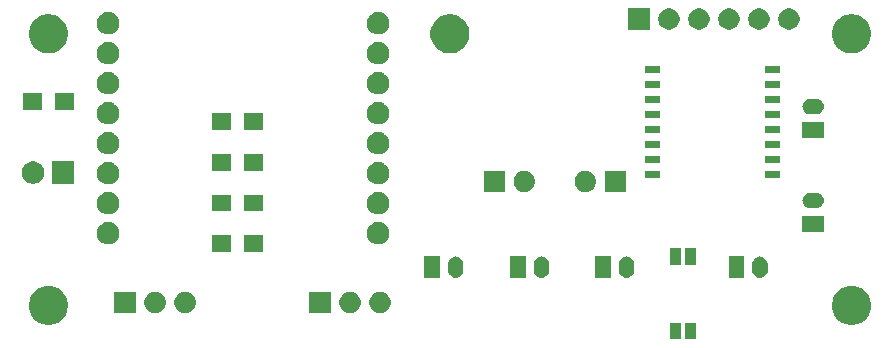
<source format=gbr>
G04 #@! TF.GenerationSoftware,KiCad,Pcbnew,(5.1.5)-3*
G04 #@! TF.CreationDate,2020-11-01T16:25:03+00:00*
G04 #@! TF.ProjectId,ESPControllerCircuit,45535043-6f6e-4747-926f-6c6c65724369,rev?*
G04 #@! TF.SameCoordinates,Original*
G04 #@! TF.FileFunction,Soldermask,Top*
G04 #@! TF.FilePolarity,Negative*
%FSLAX46Y46*%
G04 Gerber Fmt 4.6, Leading zero omitted, Abs format (unit mm)*
G04 Created by KiCad (PCBNEW (5.1.5)-3) date 2020-11-01 16:25:03*
%MOMM*%
%LPD*%
G04 APERTURE LIST*
%ADD10C,0.100000*%
G04 APERTURE END LIST*
D10*
G36*
X130841000Y-131351000D02*
G01*
X129939000Y-131351000D01*
X129939000Y-129949000D01*
X130841000Y-129949000D01*
X130841000Y-131351000D01*
G37*
G36*
X129561000Y-131351000D02*
G01*
X128659000Y-131351000D01*
X128659000Y-129949000D01*
X129561000Y-129949000D01*
X129561000Y-131351000D01*
G37*
G36*
X76375256Y-126891298D02*
G01*
X76481579Y-126912447D01*
X76782042Y-127036903D01*
X77052451Y-127217585D01*
X77282415Y-127447549D01*
X77463097Y-127717958D01*
X77574616Y-127987188D01*
X77587553Y-128018422D01*
X77651000Y-128337389D01*
X77651000Y-128662611D01*
X77618827Y-128824353D01*
X77587553Y-128981579D01*
X77463097Y-129282042D01*
X77282415Y-129552451D01*
X77052451Y-129782415D01*
X76782042Y-129963097D01*
X76481579Y-130087553D01*
X76375256Y-130108702D01*
X76162611Y-130151000D01*
X75837389Y-130151000D01*
X75624744Y-130108702D01*
X75518421Y-130087553D01*
X75217958Y-129963097D01*
X74947549Y-129782415D01*
X74717585Y-129552451D01*
X74536903Y-129282042D01*
X74412447Y-128981579D01*
X74381173Y-128824353D01*
X74349000Y-128662611D01*
X74349000Y-128337389D01*
X74412447Y-128018422D01*
X74425385Y-127987188D01*
X74536903Y-127717958D01*
X74717585Y-127447549D01*
X74947549Y-127217585D01*
X75217958Y-127036903D01*
X75518421Y-126912447D01*
X75624744Y-126891298D01*
X75837389Y-126849000D01*
X76162611Y-126849000D01*
X76375256Y-126891298D01*
G37*
G36*
X144375256Y-126891298D02*
G01*
X144481579Y-126912447D01*
X144782042Y-127036903D01*
X145052451Y-127217585D01*
X145282415Y-127447549D01*
X145463097Y-127717958D01*
X145574616Y-127987188D01*
X145587553Y-128018422D01*
X145651000Y-128337389D01*
X145651000Y-128662611D01*
X145618827Y-128824353D01*
X145587553Y-128981579D01*
X145463097Y-129282042D01*
X145282415Y-129552451D01*
X145052451Y-129782415D01*
X144782042Y-129963097D01*
X144481579Y-130087553D01*
X144375256Y-130108702D01*
X144162611Y-130151000D01*
X143837389Y-130151000D01*
X143624744Y-130108702D01*
X143518421Y-130087553D01*
X143217958Y-129963097D01*
X142947549Y-129782415D01*
X142717585Y-129552451D01*
X142536903Y-129282042D01*
X142412447Y-128981579D01*
X142381173Y-128824353D01*
X142349000Y-128662611D01*
X142349000Y-128337389D01*
X142412447Y-128018422D01*
X142425385Y-127987188D01*
X142536903Y-127717958D01*
X142717585Y-127447549D01*
X142947549Y-127217585D01*
X143217958Y-127036903D01*
X143518421Y-126912447D01*
X143624744Y-126891298D01*
X143837389Y-126849000D01*
X144162611Y-126849000D01*
X144375256Y-126891298D01*
G37*
G36*
X85153512Y-127353927D02*
G01*
X85302812Y-127383624D01*
X85466784Y-127451544D01*
X85614354Y-127550147D01*
X85739853Y-127675646D01*
X85838456Y-127823216D01*
X85906376Y-127987188D01*
X85941000Y-128161259D01*
X85941000Y-128338741D01*
X85906376Y-128512812D01*
X85838456Y-128676784D01*
X85739853Y-128824354D01*
X85614354Y-128949853D01*
X85466784Y-129048456D01*
X85302812Y-129116376D01*
X85153512Y-129146073D01*
X85128742Y-129151000D01*
X84951258Y-129151000D01*
X84926488Y-129146073D01*
X84777188Y-129116376D01*
X84613216Y-129048456D01*
X84465646Y-128949853D01*
X84340147Y-128824354D01*
X84241544Y-128676784D01*
X84173624Y-128512812D01*
X84139000Y-128338741D01*
X84139000Y-128161259D01*
X84173624Y-127987188D01*
X84241544Y-127823216D01*
X84340147Y-127675646D01*
X84465646Y-127550147D01*
X84613216Y-127451544D01*
X84777188Y-127383624D01*
X84926488Y-127353927D01*
X84951258Y-127349000D01*
X85128742Y-127349000D01*
X85153512Y-127353927D01*
G37*
G36*
X87693512Y-127353927D02*
G01*
X87842812Y-127383624D01*
X88006784Y-127451544D01*
X88154354Y-127550147D01*
X88279853Y-127675646D01*
X88378456Y-127823216D01*
X88446376Y-127987188D01*
X88481000Y-128161259D01*
X88481000Y-128338741D01*
X88446376Y-128512812D01*
X88378456Y-128676784D01*
X88279853Y-128824354D01*
X88154354Y-128949853D01*
X88006784Y-129048456D01*
X87842812Y-129116376D01*
X87693512Y-129146073D01*
X87668742Y-129151000D01*
X87491258Y-129151000D01*
X87466488Y-129146073D01*
X87317188Y-129116376D01*
X87153216Y-129048456D01*
X87005646Y-128949853D01*
X86880147Y-128824354D01*
X86781544Y-128676784D01*
X86713624Y-128512812D01*
X86679000Y-128338741D01*
X86679000Y-128161259D01*
X86713624Y-127987188D01*
X86781544Y-127823216D01*
X86880147Y-127675646D01*
X87005646Y-127550147D01*
X87153216Y-127451544D01*
X87317188Y-127383624D01*
X87466488Y-127353927D01*
X87491258Y-127349000D01*
X87668742Y-127349000D01*
X87693512Y-127353927D01*
G37*
G36*
X99901000Y-129151000D02*
G01*
X98099000Y-129151000D01*
X98099000Y-127349000D01*
X99901000Y-127349000D01*
X99901000Y-129151000D01*
G37*
G36*
X101653512Y-127353927D02*
G01*
X101802812Y-127383624D01*
X101966784Y-127451544D01*
X102114354Y-127550147D01*
X102239853Y-127675646D01*
X102338456Y-127823216D01*
X102406376Y-127987188D01*
X102441000Y-128161259D01*
X102441000Y-128338741D01*
X102406376Y-128512812D01*
X102338456Y-128676784D01*
X102239853Y-128824354D01*
X102114354Y-128949853D01*
X101966784Y-129048456D01*
X101802812Y-129116376D01*
X101653512Y-129146073D01*
X101628742Y-129151000D01*
X101451258Y-129151000D01*
X101426488Y-129146073D01*
X101277188Y-129116376D01*
X101113216Y-129048456D01*
X100965646Y-128949853D01*
X100840147Y-128824354D01*
X100741544Y-128676784D01*
X100673624Y-128512812D01*
X100639000Y-128338741D01*
X100639000Y-128161259D01*
X100673624Y-127987188D01*
X100741544Y-127823216D01*
X100840147Y-127675646D01*
X100965646Y-127550147D01*
X101113216Y-127451544D01*
X101277188Y-127383624D01*
X101426488Y-127353927D01*
X101451258Y-127349000D01*
X101628742Y-127349000D01*
X101653512Y-127353927D01*
G37*
G36*
X104193512Y-127353927D02*
G01*
X104342812Y-127383624D01*
X104506784Y-127451544D01*
X104654354Y-127550147D01*
X104779853Y-127675646D01*
X104878456Y-127823216D01*
X104946376Y-127987188D01*
X104981000Y-128161259D01*
X104981000Y-128338741D01*
X104946376Y-128512812D01*
X104878456Y-128676784D01*
X104779853Y-128824354D01*
X104654354Y-128949853D01*
X104506784Y-129048456D01*
X104342812Y-129116376D01*
X104193512Y-129146073D01*
X104168742Y-129151000D01*
X103991258Y-129151000D01*
X103966488Y-129146073D01*
X103817188Y-129116376D01*
X103653216Y-129048456D01*
X103505646Y-128949853D01*
X103380147Y-128824354D01*
X103281544Y-128676784D01*
X103213624Y-128512812D01*
X103179000Y-128338741D01*
X103179000Y-128161259D01*
X103213624Y-127987188D01*
X103281544Y-127823216D01*
X103380147Y-127675646D01*
X103505646Y-127550147D01*
X103653216Y-127451544D01*
X103817188Y-127383624D01*
X103966488Y-127353927D01*
X103991258Y-127349000D01*
X104168742Y-127349000D01*
X104193512Y-127353927D01*
G37*
G36*
X83401000Y-129151000D02*
G01*
X81599000Y-129151000D01*
X81599000Y-127349000D01*
X83401000Y-127349000D01*
X83401000Y-129151000D01*
G37*
G36*
X136377617Y-124358420D02*
G01*
X136468403Y-124385960D01*
X136500335Y-124395646D01*
X136613424Y-124456094D01*
X136712554Y-124537447D01*
X136793906Y-124636575D01*
X136854354Y-124749664D01*
X136864040Y-124781596D01*
X136891580Y-124872382D01*
X136901000Y-124968027D01*
X136901000Y-125531973D01*
X136891580Y-125627618D01*
X136864040Y-125718404D01*
X136854354Y-125750336D01*
X136793906Y-125863425D01*
X136712554Y-125962554D01*
X136613425Y-126043906D01*
X136500336Y-126104354D01*
X136468404Y-126114040D01*
X136377618Y-126141580D01*
X136250000Y-126154149D01*
X136122383Y-126141580D01*
X136031597Y-126114040D01*
X135999665Y-126104354D01*
X135886576Y-126043906D01*
X135787447Y-125962553D01*
X135706094Y-125863425D01*
X135645646Y-125750336D01*
X135635960Y-125718404D01*
X135608420Y-125627618D01*
X135599000Y-125531973D01*
X135599000Y-124968028D01*
X135608420Y-124872383D01*
X135645645Y-124749669D01*
X135645646Y-124749665D01*
X135706094Y-124636576D01*
X135787447Y-124537446D01*
X135886575Y-124456094D01*
X135999664Y-124395646D01*
X136031596Y-124385960D01*
X136122382Y-124358420D01*
X136250000Y-124345851D01*
X136377617Y-124358420D01*
G37*
G36*
X117877617Y-124358420D02*
G01*
X117968403Y-124385960D01*
X118000335Y-124395646D01*
X118113424Y-124456094D01*
X118212554Y-124537447D01*
X118293906Y-124636575D01*
X118354354Y-124749664D01*
X118364040Y-124781596D01*
X118391580Y-124872382D01*
X118401000Y-124968027D01*
X118401000Y-125531973D01*
X118391580Y-125627618D01*
X118364040Y-125718404D01*
X118354354Y-125750336D01*
X118293906Y-125863425D01*
X118212554Y-125962554D01*
X118113425Y-126043906D01*
X118000336Y-126104354D01*
X117968404Y-126114040D01*
X117877618Y-126141580D01*
X117750000Y-126154149D01*
X117622383Y-126141580D01*
X117531597Y-126114040D01*
X117499665Y-126104354D01*
X117386576Y-126043906D01*
X117287447Y-125962553D01*
X117206094Y-125863425D01*
X117145646Y-125750336D01*
X117135960Y-125718404D01*
X117108420Y-125627618D01*
X117099000Y-125531973D01*
X117099000Y-124968028D01*
X117108420Y-124872383D01*
X117145645Y-124749669D01*
X117145646Y-124749665D01*
X117206094Y-124636576D01*
X117287447Y-124537446D01*
X117386575Y-124456094D01*
X117499664Y-124395646D01*
X117531596Y-124385960D01*
X117622382Y-124358420D01*
X117750000Y-124345851D01*
X117877617Y-124358420D01*
G37*
G36*
X125077617Y-124358420D02*
G01*
X125168403Y-124385960D01*
X125200335Y-124395646D01*
X125313424Y-124456094D01*
X125412554Y-124537447D01*
X125493906Y-124636575D01*
X125554354Y-124749664D01*
X125564040Y-124781596D01*
X125591580Y-124872382D01*
X125601000Y-124968027D01*
X125601000Y-125531973D01*
X125591580Y-125627618D01*
X125564040Y-125718404D01*
X125554354Y-125750336D01*
X125493906Y-125863425D01*
X125412554Y-125962554D01*
X125313425Y-126043906D01*
X125200336Y-126104354D01*
X125168404Y-126114040D01*
X125077618Y-126141580D01*
X124950000Y-126154149D01*
X124822383Y-126141580D01*
X124731597Y-126114040D01*
X124699665Y-126104354D01*
X124586576Y-126043906D01*
X124487447Y-125962553D01*
X124406094Y-125863425D01*
X124345646Y-125750336D01*
X124335960Y-125718404D01*
X124308420Y-125627618D01*
X124299000Y-125531973D01*
X124299000Y-124968028D01*
X124308420Y-124872383D01*
X124345645Y-124749669D01*
X124345646Y-124749665D01*
X124406094Y-124636576D01*
X124487447Y-124537446D01*
X124586575Y-124456094D01*
X124699664Y-124395646D01*
X124731596Y-124385960D01*
X124822382Y-124358420D01*
X124950000Y-124345851D01*
X125077617Y-124358420D01*
G37*
G36*
X110627617Y-124358420D02*
G01*
X110718403Y-124385960D01*
X110750335Y-124395646D01*
X110863424Y-124456094D01*
X110962554Y-124537447D01*
X111043906Y-124636575D01*
X111104354Y-124749664D01*
X111114040Y-124781596D01*
X111141580Y-124872382D01*
X111151000Y-124968027D01*
X111151000Y-125531973D01*
X111141580Y-125627618D01*
X111114040Y-125718404D01*
X111104354Y-125750336D01*
X111043906Y-125863425D01*
X110962554Y-125962554D01*
X110863425Y-126043906D01*
X110750336Y-126104354D01*
X110718404Y-126114040D01*
X110627618Y-126141580D01*
X110500000Y-126154149D01*
X110372383Y-126141580D01*
X110281597Y-126114040D01*
X110249665Y-126104354D01*
X110136576Y-126043906D01*
X110037447Y-125962553D01*
X109956094Y-125863425D01*
X109895646Y-125750336D01*
X109885960Y-125718404D01*
X109858420Y-125627618D01*
X109849000Y-125531973D01*
X109849000Y-124968028D01*
X109858420Y-124872383D01*
X109895645Y-124749669D01*
X109895646Y-124749665D01*
X109956094Y-124636576D01*
X110037447Y-124537446D01*
X110136575Y-124456094D01*
X110249664Y-124395646D01*
X110281596Y-124385960D01*
X110372382Y-124358420D01*
X110500000Y-124345851D01*
X110627617Y-124358420D01*
G37*
G36*
X109151000Y-126151000D02*
G01*
X107849000Y-126151000D01*
X107849000Y-124349000D01*
X109151000Y-124349000D01*
X109151000Y-126151000D01*
G37*
G36*
X134901000Y-126151000D02*
G01*
X133599000Y-126151000D01*
X133599000Y-124349000D01*
X134901000Y-124349000D01*
X134901000Y-126151000D01*
G37*
G36*
X116401000Y-126151000D02*
G01*
X115099000Y-126151000D01*
X115099000Y-124349000D01*
X116401000Y-124349000D01*
X116401000Y-126151000D01*
G37*
G36*
X123601000Y-126151000D02*
G01*
X122299000Y-126151000D01*
X122299000Y-124349000D01*
X123601000Y-124349000D01*
X123601000Y-126151000D01*
G37*
G36*
X129561000Y-125051000D02*
G01*
X128659000Y-125051000D01*
X128659000Y-123649000D01*
X129561000Y-123649000D01*
X129561000Y-125051000D01*
G37*
G36*
X130841000Y-125051000D02*
G01*
X129939000Y-125051000D01*
X129939000Y-123649000D01*
X130841000Y-123649000D01*
X130841000Y-125051000D01*
G37*
G36*
X91451000Y-123951000D02*
G01*
X89849000Y-123951000D01*
X89849000Y-122549000D01*
X91451000Y-122549000D01*
X91451000Y-123951000D01*
G37*
G36*
X94151000Y-123951000D02*
G01*
X92549000Y-123951000D01*
X92549000Y-122549000D01*
X94151000Y-122549000D01*
X94151000Y-123951000D01*
G37*
G36*
X104207395Y-121475546D02*
G01*
X104380466Y-121547234D01*
X104380467Y-121547235D01*
X104536227Y-121651310D01*
X104668690Y-121783773D01*
X104668691Y-121783775D01*
X104772766Y-121939534D01*
X104844454Y-122112605D01*
X104881000Y-122296333D01*
X104881000Y-122483667D01*
X104844454Y-122667395D01*
X104772766Y-122840466D01*
X104772765Y-122840467D01*
X104668690Y-122996227D01*
X104536227Y-123128690D01*
X104457818Y-123181081D01*
X104380466Y-123232766D01*
X104207395Y-123304454D01*
X104023667Y-123341000D01*
X103836333Y-123341000D01*
X103652605Y-123304454D01*
X103479534Y-123232766D01*
X103402182Y-123181081D01*
X103323773Y-123128690D01*
X103191310Y-122996227D01*
X103087235Y-122840467D01*
X103087234Y-122840466D01*
X103015546Y-122667395D01*
X102979000Y-122483667D01*
X102979000Y-122296333D01*
X103015546Y-122112605D01*
X103087234Y-121939534D01*
X103191309Y-121783775D01*
X103191310Y-121783773D01*
X103323773Y-121651310D01*
X103479533Y-121547235D01*
X103479534Y-121547234D01*
X103652605Y-121475546D01*
X103836333Y-121439000D01*
X104023667Y-121439000D01*
X104207395Y-121475546D01*
G37*
G36*
X81347395Y-121475546D02*
G01*
X81520466Y-121547234D01*
X81520467Y-121547235D01*
X81676227Y-121651310D01*
X81808690Y-121783773D01*
X81808691Y-121783775D01*
X81912766Y-121939534D01*
X81984454Y-122112605D01*
X82021000Y-122296333D01*
X82021000Y-122483667D01*
X81984454Y-122667395D01*
X81912766Y-122840466D01*
X81912765Y-122840467D01*
X81808690Y-122996227D01*
X81676227Y-123128690D01*
X81597818Y-123181081D01*
X81520466Y-123232766D01*
X81347395Y-123304454D01*
X81163667Y-123341000D01*
X80976333Y-123341000D01*
X80792605Y-123304454D01*
X80619534Y-123232766D01*
X80542182Y-123181081D01*
X80463773Y-123128690D01*
X80331310Y-122996227D01*
X80227235Y-122840467D01*
X80227234Y-122840466D01*
X80155546Y-122667395D01*
X80119000Y-122483667D01*
X80119000Y-122296333D01*
X80155546Y-122112605D01*
X80227234Y-121939534D01*
X80331309Y-121783775D01*
X80331310Y-121783773D01*
X80463773Y-121651310D01*
X80619533Y-121547235D01*
X80619534Y-121547234D01*
X80792605Y-121475546D01*
X80976333Y-121439000D01*
X81163667Y-121439000D01*
X81347395Y-121475546D01*
G37*
G36*
X141651000Y-122251000D02*
G01*
X139849000Y-122251000D01*
X139849000Y-120949000D01*
X141651000Y-120949000D01*
X141651000Y-122251000D01*
G37*
G36*
X81347395Y-118935546D02*
G01*
X81520466Y-119007234D01*
X81520467Y-119007235D01*
X81676227Y-119111310D01*
X81808690Y-119243773D01*
X81808691Y-119243775D01*
X81912766Y-119399534D01*
X81984454Y-119572605D01*
X82021000Y-119756333D01*
X82021000Y-119943667D01*
X81984454Y-120127395D01*
X81912766Y-120300466D01*
X81912765Y-120300467D01*
X81808690Y-120456227D01*
X81676227Y-120588690D01*
X81597818Y-120641081D01*
X81520466Y-120692766D01*
X81347395Y-120764454D01*
X81163667Y-120801000D01*
X80976333Y-120801000D01*
X80792605Y-120764454D01*
X80619534Y-120692766D01*
X80542182Y-120641081D01*
X80463773Y-120588690D01*
X80331310Y-120456227D01*
X80227235Y-120300467D01*
X80227234Y-120300466D01*
X80155546Y-120127395D01*
X80119000Y-119943667D01*
X80119000Y-119756333D01*
X80155546Y-119572605D01*
X80227234Y-119399534D01*
X80331309Y-119243775D01*
X80331310Y-119243773D01*
X80463773Y-119111310D01*
X80619533Y-119007235D01*
X80619534Y-119007234D01*
X80792605Y-118935546D01*
X80976333Y-118899000D01*
X81163667Y-118899000D01*
X81347395Y-118935546D01*
G37*
G36*
X104207395Y-118935546D02*
G01*
X104380466Y-119007234D01*
X104380467Y-119007235D01*
X104536227Y-119111310D01*
X104668690Y-119243773D01*
X104668691Y-119243775D01*
X104772766Y-119399534D01*
X104844454Y-119572605D01*
X104881000Y-119756333D01*
X104881000Y-119943667D01*
X104844454Y-120127395D01*
X104772766Y-120300466D01*
X104772765Y-120300467D01*
X104668690Y-120456227D01*
X104536227Y-120588690D01*
X104457818Y-120641081D01*
X104380466Y-120692766D01*
X104207395Y-120764454D01*
X104023667Y-120801000D01*
X103836333Y-120801000D01*
X103652605Y-120764454D01*
X103479534Y-120692766D01*
X103402182Y-120641081D01*
X103323773Y-120588690D01*
X103191310Y-120456227D01*
X103087235Y-120300467D01*
X103087234Y-120300466D01*
X103015546Y-120127395D01*
X102979000Y-119943667D01*
X102979000Y-119756333D01*
X103015546Y-119572605D01*
X103087234Y-119399534D01*
X103191309Y-119243775D01*
X103191310Y-119243773D01*
X103323773Y-119111310D01*
X103479533Y-119007235D01*
X103479534Y-119007234D01*
X103652605Y-118935546D01*
X103836333Y-118899000D01*
X104023667Y-118899000D01*
X104207395Y-118935546D01*
G37*
G36*
X94151000Y-120513500D02*
G01*
X92549000Y-120513500D01*
X92549000Y-119111500D01*
X94151000Y-119111500D01*
X94151000Y-120513500D01*
G37*
G36*
X91451000Y-120513500D02*
G01*
X89849000Y-120513500D01*
X89849000Y-119111500D01*
X91451000Y-119111500D01*
X91451000Y-120513500D01*
G37*
G36*
X141063855Y-118952140D02*
G01*
X141127618Y-118958420D01*
X141218404Y-118985960D01*
X141250336Y-118995646D01*
X141363425Y-119056094D01*
X141462554Y-119137446D01*
X141543906Y-119236575D01*
X141604354Y-119349664D01*
X141604355Y-119349668D01*
X141641580Y-119472382D01*
X141654149Y-119600000D01*
X141641580Y-119727618D01*
X141614040Y-119818404D01*
X141604354Y-119850336D01*
X141543906Y-119963425D01*
X141462554Y-120062554D01*
X141363425Y-120143906D01*
X141250336Y-120204354D01*
X141218404Y-120214040D01*
X141127618Y-120241580D01*
X141063855Y-120247860D01*
X141031974Y-120251000D01*
X140468026Y-120251000D01*
X140436145Y-120247860D01*
X140372382Y-120241580D01*
X140281596Y-120214040D01*
X140249664Y-120204354D01*
X140136575Y-120143906D01*
X140037446Y-120062554D01*
X139956094Y-119963425D01*
X139895646Y-119850336D01*
X139885960Y-119818404D01*
X139858420Y-119727618D01*
X139845851Y-119600000D01*
X139858420Y-119472382D01*
X139895645Y-119349668D01*
X139895646Y-119349664D01*
X139956094Y-119236575D01*
X140037446Y-119137446D01*
X140136575Y-119056094D01*
X140249664Y-118995646D01*
X140281596Y-118985960D01*
X140372382Y-118958420D01*
X140436145Y-118952140D01*
X140468026Y-118949000D01*
X141031974Y-118949000D01*
X141063855Y-118952140D01*
G37*
G36*
X124901000Y-118901000D02*
G01*
X123099000Y-118901000D01*
X123099000Y-117099000D01*
X124901000Y-117099000D01*
X124901000Y-118901000D01*
G37*
G36*
X116403512Y-117103927D02*
G01*
X116552812Y-117133624D01*
X116716784Y-117201544D01*
X116864354Y-117300147D01*
X116989853Y-117425646D01*
X117088456Y-117573216D01*
X117156376Y-117737188D01*
X117186073Y-117886488D01*
X117191000Y-117911258D01*
X117191000Y-118088742D01*
X117186073Y-118113512D01*
X117156376Y-118262812D01*
X117088456Y-118426784D01*
X116989853Y-118574354D01*
X116864354Y-118699853D01*
X116716784Y-118798456D01*
X116552812Y-118866376D01*
X116403512Y-118896073D01*
X116378742Y-118901000D01*
X116201258Y-118901000D01*
X116176488Y-118896073D01*
X116027188Y-118866376D01*
X115863216Y-118798456D01*
X115715646Y-118699853D01*
X115590147Y-118574354D01*
X115491544Y-118426784D01*
X115423624Y-118262812D01*
X115393927Y-118113512D01*
X115389000Y-118088742D01*
X115389000Y-117911258D01*
X115393927Y-117886488D01*
X115423624Y-117737188D01*
X115491544Y-117573216D01*
X115590147Y-117425646D01*
X115715646Y-117300147D01*
X115863216Y-117201544D01*
X116027188Y-117133624D01*
X116176488Y-117103927D01*
X116201258Y-117099000D01*
X116378742Y-117099000D01*
X116403512Y-117103927D01*
G37*
G36*
X121573512Y-117103927D02*
G01*
X121722812Y-117133624D01*
X121886784Y-117201544D01*
X122034354Y-117300147D01*
X122159853Y-117425646D01*
X122258456Y-117573216D01*
X122326376Y-117737188D01*
X122356073Y-117886488D01*
X122361000Y-117911258D01*
X122361000Y-118088742D01*
X122356073Y-118113512D01*
X122326376Y-118262812D01*
X122258456Y-118426784D01*
X122159853Y-118574354D01*
X122034354Y-118699853D01*
X121886784Y-118798456D01*
X121722812Y-118866376D01*
X121573512Y-118896073D01*
X121548742Y-118901000D01*
X121371258Y-118901000D01*
X121346488Y-118896073D01*
X121197188Y-118866376D01*
X121033216Y-118798456D01*
X120885646Y-118699853D01*
X120760147Y-118574354D01*
X120661544Y-118426784D01*
X120593624Y-118262812D01*
X120563927Y-118113512D01*
X120559000Y-118088742D01*
X120559000Y-117911258D01*
X120563927Y-117886488D01*
X120593624Y-117737188D01*
X120661544Y-117573216D01*
X120760147Y-117425646D01*
X120885646Y-117300147D01*
X121033216Y-117201544D01*
X121197188Y-117133624D01*
X121346488Y-117103927D01*
X121371258Y-117099000D01*
X121548742Y-117099000D01*
X121573512Y-117103927D01*
G37*
G36*
X114651000Y-118901000D02*
G01*
X112849000Y-118901000D01*
X112849000Y-117099000D01*
X114651000Y-117099000D01*
X114651000Y-118901000D01*
G37*
G36*
X104207395Y-116395546D02*
G01*
X104380466Y-116467234D01*
X104446429Y-116511309D01*
X104536227Y-116571310D01*
X104668690Y-116703773D01*
X104668691Y-116703775D01*
X104772766Y-116859534D01*
X104844454Y-117032605D01*
X104881000Y-117216333D01*
X104881000Y-117403667D01*
X104844454Y-117587395D01*
X104772766Y-117760466D01*
X104772765Y-117760467D01*
X104668690Y-117916227D01*
X104536227Y-118048690D01*
X104476286Y-118088741D01*
X104380466Y-118152766D01*
X104207395Y-118224454D01*
X104023667Y-118261000D01*
X103836333Y-118261000D01*
X103652605Y-118224454D01*
X103479534Y-118152766D01*
X103383714Y-118088741D01*
X103323773Y-118048690D01*
X103191310Y-117916227D01*
X103087235Y-117760467D01*
X103087234Y-117760466D01*
X103015546Y-117587395D01*
X102979000Y-117403667D01*
X102979000Y-117216333D01*
X103015546Y-117032605D01*
X103087234Y-116859534D01*
X103191309Y-116703775D01*
X103191310Y-116703773D01*
X103323773Y-116571310D01*
X103413571Y-116511309D01*
X103479534Y-116467234D01*
X103652605Y-116395546D01*
X103836333Y-116359000D01*
X104023667Y-116359000D01*
X104207395Y-116395546D01*
G37*
G36*
X81347395Y-116395546D02*
G01*
X81520466Y-116467234D01*
X81586429Y-116511309D01*
X81676227Y-116571310D01*
X81808690Y-116703773D01*
X81808691Y-116703775D01*
X81912766Y-116859534D01*
X81984454Y-117032605D01*
X82021000Y-117216333D01*
X82021000Y-117403667D01*
X81984454Y-117587395D01*
X81912766Y-117760466D01*
X81912765Y-117760467D01*
X81808690Y-117916227D01*
X81676227Y-118048690D01*
X81616286Y-118088741D01*
X81520466Y-118152766D01*
X81347395Y-118224454D01*
X81163667Y-118261000D01*
X80976333Y-118261000D01*
X80792605Y-118224454D01*
X80619534Y-118152766D01*
X80523714Y-118088741D01*
X80463773Y-118048690D01*
X80331310Y-117916227D01*
X80227235Y-117760467D01*
X80227234Y-117760466D01*
X80155546Y-117587395D01*
X80119000Y-117403667D01*
X80119000Y-117216333D01*
X80155546Y-117032605D01*
X80227234Y-116859534D01*
X80331309Y-116703775D01*
X80331310Y-116703773D01*
X80463773Y-116571310D01*
X80553571Y-116511309D01*
X80619534Y-116467234D01*
X80792605Y-116395546D01*
X80976333Y-116359000D01*
X81163667Y-116359000D01*
X81347395Y-116395546D01*
G37*
G36*
X74987395Y-116335546D02*
G01*
X75160466Y-116407234D01*
X75160467Y-116407235D01*
X75316227Y-116511310D01*
X75448690Y-116643773D01*
X75488782Y-116703775D01*
X75552766Y-116799534D01*
X75624454Y-116972605D01*
X75661000Y-117156333D01*
X75661000Y-117343667D01*
X75624454Y-117527395D01*
X75552766Y-117700466D01*
X75501081Y-117777818D01*
X75448690Y-117856227D01*
X75316227Y-117988690D01*
X75237818Y-118041081D01*
X75160466Y-118092766D01*
X74987395Y-118164454D01*
X74803667Y-118201000D01*
X74616333Y-118201000D01*
X74432605Y-118164454D01*
X74259534Y-118092766D01*
X74182182Y-118041081D01*
X74103773Y-117988690D01*
X73971310Y-117856227D01*
X73918919Y-117777818D01*
X73867234Y-117700466D01*
X73795546Y-117527395D01*
X73759000Y-117343667D01*
X73759000Y-117156333D01*
X73795546Y-116972605D01*
X73867234Y-116799534D01*
X73931218Y-116703775D01*
X73971310Y-116643773D01*
X74103773Y-116511310D01*
X74259533Y-116407235D01*
X74259534Y-116407234D01*
X74432605Y-116335546D01*
X74616333Y-116299000D01*
X74803667Y-116299000D01*
X74987395Y-116335546D01*
G37*
G36*
X78201000Y-118201000D02*
G01*
X76299000Y-118201000D01*
X76299000Y-116299000D01*
X78201000Y-116299000D01*
X78201000Y-118201000D01*
G37*
G36*
X127792500Y-117750000D02*
G01*
X126547500Y-117750000D01*
X126547500Y-117140000D01*
X127792500Y-117140000D01*
X127792500Y-117750000D01*
G37*
G36*
X137952500Y-117750000D02*
G01*
X136707500Y-117750000D01*
X136707500Y-117140000D01*
X137952500Y-117140000D01*
X137952500Y-117750000D01*
G37*
G36*
X94151000Y-117076000D02*
G01*
X92549000Y-117076000D01*
X92549000Y-115674000D01*
X94151000Y-115674000D01*
X94151000Y-117076000D01*
G37*
G36*
X91451000Y-117076000D02*
G01*
X89849000Y-117076000D01*
X89849000Y-115674000D01*
X91451000Y-115674000D01*
X91451000Y-117076000D01*
G37*
G36*
X137952500Y-116480000D02*
G01*
X136707500Y-116480000D01*
X136707500Y-115870000D01*
X137952500Y-115870000D01*
X137952500Y-116480000D01*
G37*
G36*
X127792500Y-116480000D02*
G01*
X126547500Y-116480000D01*
X126547500Y-115870000D01*
X127792500Y-115870000D01*
X127792500Y-116480000D01*
G37*
G36*
X81347395Y-113855546D02*
G01*
X81520466Y-113927234D01*
X81597818Y-113978919D01*
X81676227Y-114031310D01*
X81808690Y-114163773D01*
X81808691Y-114163775D01*
X81912766Y-114319534D01*
X81984454Y-114492605D01*
X82021000Y-114676333D01*
X82021000Y-114863667D01*
X81984454Y-115047395D01*
X81912766Y-115220466D01*
X81912765Y-115220467D01*
X81808690Y-115376227D01*
X81676227Y-115508690D01*
X81597818Y-115561081D01*
X81520466Y-115612766D01*
X81347395Y-115684454D01*
X81163667Y-115721000D01*
X80976333Y-115721000D01*
X80792605Y-115684454D01*
X80619534Y-115612766D01*
X80542182Y-115561081D01*
X80463773Y-115508690D01*
X80331310Y-115376227D01*
X80227235Y-115220467D01*
X80227234Y-115220466D01*
X80155546Y-115047395D01*
X80119000Y-114863667D01*
X80119000Y-114676333D01*
X80155546Y-114492605D01*
X80227234Y-114319534D01*
X80331309Y-114163775D01*
X80331310Y-114163773D01*
X80463773Y-114031310D01*
X80542182Y-113978919D01*
X80619534Y-113927234D01*
X80792605Y-113855546D01*
X80976333Y-113819000D01*
X81163667Y-113819000D01*
X81347395Y-113855546D01*
G37*
G36*
X104207395Y-113855546D02*
G01*
X104380466Y-113927234D01*
X104457818Y-113978919D01*
X104536227Y-114031310D01*
X104668690Y-114163773D01*
X104668691Y-114163775D01*
X104772766Y-114319534D01*
X104844454Y-114492605D01*
X104881000Y-114676333D01*
X104881000Y-114863667D01*
X104844454Y-115047395D01*
X104772766Y-115220466D01*
X104772765Y-115220467D01*
X104668690Y-115376227D01*
X104536227Y-115508690D01*
X104457818Y-115561081D01*
X104380466Y-115612766D01*
X104207395Y-115684454D01*
X104023667Y-115721000D01*
X103836333Y-115721000D01*
X103652605Y-115684454D01*
X103479534Y-115612766D01*
X103402182Y-115561081D01*
X103323773Y-115508690D01*
X103191310Y-115376227D01*
X103087235Y-115220467D01*
X103087234Y-115220466D01*
X103015546Y-115047395D01*
X102979000Y-114863667D01*
X102979000Y-114676333D01*
X103015546Y-114492605D01*
X103087234Y-114319534D01*
X103191309Y-114163775D01*
X103191310Y-114163773D01*
X103323773Y-114031310D01*
X103402182Y-113978919D01*
X103479534Y-113927234D01*
X103652605Y-113855546D01*
X103836333Y-113819000D01*
X104023667Y-113819000D01*
X104207395Y-113855546D01*
G37*
G36*
X127792500Y-115210000D02*
G01*
X126547500Y-115210000D01*
X126547500Y-114600000D01*
X127792500Y-114600000D01*
X127792500Y-115210000D01*
G37*
G36*
X137952500Y-115210000D02*
G01*
X136707500Y-115210000D01*
X136707500Y-114600000D01*
X137952500Y-114600000D01*
X137952500Y-115210000D01*
G37*
G36*
X141651000Y-114301000D02*
G01*
X139849000Y-114301000D01*
X139849000Y-112999000D01*
X141651000Y-112999000D01*
X141651000Y-114301000D01*
G37*
G36*
X127792500Y-113940000D02*
G01*
X126547500Y-113940000D01*
X126547500Y-113330000D01*
X127792500Y-113330000D01*
X127792500Y-113940000D01*
G37*
G36*
X137952500Y-113940000D02*
G01*
X136707500Y-113940000D01*
X136707500Y-113330000D01*
X137952500Y-113330000D01*
X137952500Y-113940000D01*
G37*
G36*
X91451000Y-113638500D02*
G01*
X89849000Y-113638500D01*
X89849000Y-112236500D01*
X91451000Y-112236500D01*
X91451000Y-113638500D01*
G37*
G36*
X94151000Y-113638500D02*
G01*
X92549000Y-113638500D01*
X92549000Y-112236500D01*
X94151000Y-112236500D01*
X94151000Y-113638500D01*
G37*
G36*
X81347395Y-111315546D02*
G01*
X81520466Y-111387234D01*
X81597818Y-111438919D01*
X81676227Y-111491310D01*
X81808690Y-111623773D01*
X81808691Y-111623775D01*
X81912766Y-111779534D01*
X81984454Y-111952605D01*
X82021000Y-112136333D01*
X82021000Y-112323667D01*
X81984454Y-112507395D01*
X81912766Y-112680466D01*
X81912765Y-112680467D01*
X81808690Y-112836227D01*
X81676227Y-112968690D01*
X81597818Y-113021081D01*
X81520466Y-113072766D01*
X81347395Y-113144454D01*
X81163667Y-113181000D01*
X80976333Y-113181000D01*
X80792605Y-113144454D01*
X80619534Y-113072766D01*
X80542182Y-113021081D01*
X80463773Y-112968690D01*
X80331310Y-112836227D01*
X80227235Y-112680467D01*
X80227234Y-112680466D01*
X80155546Y-112507395D01*
X80119000Y-112323667D01*
X80119000Y-112136333D01*
X80155546Y-111952605D01*
X80227234Y-111779534D01*
X80331309Y-111623775D01*
X80331310Y-111623773D01*
X80463773Y-111491310D01*
X80542182Y-111438919D01*
X80619534Y-111387234D01*
X80792605Y-111315546D01*
X80976333Y-111279000D01*
X81163667Y-111279000D01*
X81347395Y-111315546D01*
G37*
G36*
X104207395Y-111315546D02*
G01*
X104380466Y-111387234D01*
X104457818Y-111438919D01*
X104536227Y-111491310D01*
X104668690Y-111623773D01*
X104668691Y-111623775D01*
X104772766Y-111779534D01*
X104844454Y-111952605D01*
X104881000Y-112136333D01*
X104881000Y-112323667D01*
X104844454Y-112507395D01*
X104772766Y-112680466D01*
X104772765Y-112680467D01*
X104668690Y-112836227D01*
X104536227Y-112968690D01*
X104457818Y-113021081D01*
X104380466Y-113072766D01*
X104207395Y-113144454D01*
X104023667Y-113181000D01*
X103836333Y-113181000D01*
X103652605Y-113144454D01*
X103479534Y-113072766D01*
X103402182Y-113021081D01*
X103323773Y-112968690D01*
X103191310Y-112836227D01*
X103087235Y-112680467D01*
X103087234Y-112680466D01*
X103015546Y-112507395D01*
X102979000Y-112323667D01*
X102979000Y-112136333D01*
X103015546Y-111952605D01*
X103087234Y-111779534D01*
X103191309Y-111623775D01*
X103191310Y-111623773D01*
X103323773Y-111491310D01*
X103402182Y-111438919D01*
X103479534Y-111387234D01*
X103652605Y-111315546D01*
X103836333Y-111279000D01*
X104023667Y-111279000D01*
X104207395Y-111315546D01*
G37*
G36*
X137952500Y-112670000D02*
G01*
X136707500Y-112670000D01*
X136707500Y-112060000D01*
X137952500Y-112060000D01*
X137952500Y-112670000D01*
G37*
G36*
X127792500Y-112670000D02*
G01*
X126547500Y-112670000D01*
X126547500Y-112060000D01*
X127792500Y-112060000D01*
X127792500Y-112670000D01*
G37*
G36*
X141063855Y-111002140D02*
G01*
X141127618Y-111008420D01*
X141218404Y-111035960D01*
X141250336Y-111045646D01*
X141363425Y-111106094D01*
X141462554Y-111187446D01*
X141543906Y-111286575D01*
X141604354Y-111399664D01*
X141604355Y-111399668D01*
X141641580Y-111522382D01*
X141654149Y-111650000D01*
X141641580Y-111777618D01*
X141614040Y-111868404D01*
X141604354Y-111900336D01*
X141543906Y-112013425D01*
X141462554Y-112112554D01*
X141363425Y-112193906D01*
X141250336Y-112254354D01*
X141218404Y-112264040D01*
X141127618Y-112291580D01*
X141063855Y-112297860D01*
X141031974Y-112301000D01*
X140468026Y-112301000D01*
X140436145Y-112297860D01*
X140372382Y-112291580D01*
X140281596Y-112264040D01*
X140249664Y-112254354D01*
X140136575Y-112193906D01*
X140037446Y-112112554D01*
X139956094Y-112013425D01*
X139895646Y-111900336D01*
X139885960Y-111868404D01*
X139858420Y-111777618D01*
X139845851Y-111650000D01*
X139858420Y-111522382D01*
X139895645Y-111399668D01*
X139895646Y-111399664D01*
X139956094Y-111286575D01*
X140037446Y-111187446D01*
X140136575Y-111106094D01*
X140249664Y-111045646D01*
X140281596Y-111035960D01*
X140372382Y-111008420D01*
X140436145Y-111002140D01*
X140468026Y-110999000D01*
X141031974Y-110999000D01*
X141063855Y-111002140D01*
G37*
G36*
X75451000Y-111951000D02*
G01*
X73849000Y-111951000D01*
X73849000Y-110549000D01*
X75451000Y-110549000D01*
X75451000Y-111951000D01*
G37*
G36*
X78151000Y-111951000D02*
G01*
X76549000Y-111951000D01*
X76549000Y-110549000D01*
X78151000Y-110549000D01*
X78151000Y-111951000D01*
G37*
G36*
X127792500Y-111400000D02*
G01*
X126547500Y-111400000D01*
X126547500Y-110790000D01*
X127792500Y-110790000D01*
X127792500Y-111400000D01*
G37*
G36*
X137952500Y-111400000D02*
G01*
X136707500Y-111400000D01*
X136707500Y-110790000D01*
X137952500Y-110790000D01*
X137952500Y-111400000D01*
G37*
G36*
X104207395Y-108775546D02*
G01*
X104380466Y-108847234D01*
X104457818Y-108898919D01*
X104536227Y-108951310D01*
X104668690Y-109083773D01*
X104668691Y-109083775D01*
X104772766Y-109239534D01*
X104844454Y-109412605D01*
X104881000Y-109596333D01*
X104881000Y-109783667D01*
X104844454Y-109967395D01*
X104772766Y-110140466D01*
X104772765Y-110140467D01*
X104668690Y-110296227D01*
X104536227Y-110428690D01*
X104457818Y-110481081D01*
X104380466Y-110532766D01*
X104207395Y-110604454D01*
X104023667Y-110641000D01*
X103836333Y-110641000D01*
X103652605Y-110604454D01*
X103479534Y-110532766D01*
X103402182Y-110481081D01*
X103323773Y-110428690D01*
X103191310Y-110296227D01*
X103087235Y-110140467D01*
X103087234Y-110140466D01*
X103015546Y-109967395D01*
X102979000Y-109783667D01*
X102979000Y-109596333D01*
X103015546Y-109412605D01*
X103087234Y-109239534D01*
X103191309Y-109083775D01*
X103191310Y-109083773D01*
X103323773Y-108951310D01*
X103402182Y-108898919D01*
X103479534Y-108847234D01*
X103652605Y-108775546D01*
X103836333Y-108739000D01*
X104023667Y-108739000D01*
X104207395Y-108775546D01*
G37*
G36*
X81347395Y-108775546D02*
G01*
X81520466Y-108847234D01*
X81597818Y-108898919D01*
X81676227Y-108951310D01*
X81808690Y-109083773D01*
X81808691Y-109083775D01*
X81912766Y-109239534D01*
X81984454Y-109412605D01*
X82021000Y-109596333D01*
X82021000Y-109783667D01*
X81984454Y-109967395D01*
X81912766Y-110140466D01*
X81912765Y-110140467D01*
X81808690Y-110296227D01*
X81676227Y-110428690D01*
X81597818Y-110481081D01*
X81520466Y-110532766D01*
X81347395Y-110604454D01*
X81163667Y-110641000D01*
X80976333Y-110641000D01*
X80792605Y-110604454D01*
X80619534Y-110532766D01*
X80542182Y-110481081D01*
X80463773Y-110428690D01*
X80331310Y-110296227D01*
X80227235Y-110140467D01*
X80227234Y-110140466D01*
X80155546Y-109967395D01*
X80119000Y-109783667D01*
X80119000Y-109596333D01*
X80155546Y-109412605D01*
X80227234Y-109239534D01*
X80331309Y-109083775D01*
X80331310Y-109083773D01*
X80463773Y-108951310D01*
X80542182Y-108898919D01*
X80619534Y-108847234D01*
X80792605Y-108775546D01*
X80976333Y-108739000D01*
X81163667Y-108739000D01*
X81347395Y-108775546D01*
G37*
G36*
X137952500Y-110130000D02*
G01*
X136707500Y-110130000D01*
X136707500Y-109520000D01*
X137952500Y-109520000D01*
X137952500Y-110130000D01*
G37*
G36*
X127792500Y-110130000D02*
G01*
X126547500Y-110130000D01*
X126547500Y-109520000D01*
X127792500Y-109520000D01*
X127792500Y-110130000D01*
G37*
G36*
X137952500Y-108860000D02*
G01*
X136707500Y-108860000D01*
X136707500Y-108250000D01*
X137952500Y-108250000D01*
X137952500Y-108860000D01*
G37*
G36*
X127792500Y-108860000D02*
G01*
X126547500Y-108860000D01*
X126547500Y-108250000D01*
X127792500Y-108250000D01*
X127792500Y-108860000D01*
G37*
G36*
X104207395Y-106235546D02*
G01*
X104380466Y-106307234D01*
X104380467Y-106307235D01*
X104536227Y-106411310D01*
X104668690Y-106543773D01*
X104668691Y-106543775D01*
X104772766Y-106699534D01*
X104844454Y-106872605D01*
X104881000Y-107056333D01*
X104881000Y-107243667D01*
X104844454Y-107427395D01*
X104772766Y-107600466D01*
X104772765Y-107600467D01*
X104668690Y-107756227D01*
X104536227Y-107888690D01*
X104457818Y-107941081D01*
X104380466Y-107992766D01*
X104207395Y-108064454D01*
X104023667Y-108101000D01*
X103836333Y-108101000D01*
X103652605Y-108064454D01*
X103479534Y-107992766D01*
X103402182Y-107941081D01*
X103323773Y-107888690D01*
X103191310Y-107756227D01*
X103087235Y-107600467D01*
X103087234Y-107600466D01*
X103015546Y-107427395D01*
X102979000Y-107243667D01*
X102979000Y-107056333D01*
X103015546Y-106872605D01*
X103087234Y-106699534D01*
X103191309Y-106543775D01*
X103191310Y-106543773D01*
X103323773Y-106411310D01*
X103479533Y-106307235D01*
X103479534Y-106307234D01*
X103652605Y-106235546D01*
X103836333Y-106199000D01*
X104023667Y-106199000D01*
X104207395Y-106235546D01*
G37*
G36*
X81347395Y-106235546D02*
G01*
X81520466Y-106307234D01*
X81520467Y-106307235D01*
X81676227Y-106411310D01*
X81808690Y-106543773D01*
X81808691Y-106543775D01*
X81912766Y-106699534D01*
X81984454Y-106872605D01*
X82021000Y-107056333D01*
X82021000Y-107243667D01*
X81984454Y-107427395D01*
X81912766Y-107600466D01*
X81912765Y-107600467D01*
X81808690Y-107756227D01*
X81676227Y-107888690D01*
X81597818Y-107941081D01*
X81520466Y-107992766D01*
X81347395Y-108064454D01*
X81163667Y-108101000D01*
X80976333Y-108101000D01*
X80792605Y-108064454D01*
X80619534Y-107992766D01*
X80542182Y-107941081D01*
X80463773Y-107888690D01*
X80331310Y-107756227D01*
X80227235Y-107600467D01*
X80227234Y-107600466D01*
X80155546Y-107427395D01*
X80119000Y-107243667D01*
X80119000Y-107056333D01*
X80155546Y-106872605D01*
X80227234Y-106699534D01*
X80331309Y-106543775D01*
X80331310Y-106543773D01*
X80463773Y-106411310D01*
X80619533Y-106307235D01*
X80619534Y-106307234D01*
X80792605Y-106235546D01*
X80976333Y-106199000D01*
X81163667Y-106199000D01*
X81347395Y-106235546D01*
G37*
G36*
X76375256Y-103891298D02*
G01*
X76481579Y-103912447D01*
X76782042Y-104036903D01*
X77052451Y-104217585D01*
X77282415Y-104447549D01*
X77463097Y-104717958D01*
X77587553Y-105018421D01*
X77651000Y-105337391D01*
X77651000Y-105662609D01*
X77587553Y-105981579D01*
X77463097Y-106282042D01*
X77282415Y-106552451D01*
X77052451Y-106782415D01*
X76782042Y-106963097D01*
X76481579Y-107087553D01*
X76375256Y-107108702D01*
X76162611Y-107151000D01*
X75837389Y-107151000D01*
X75624744Y-107108702D01*
X75518421Y-107087553D01*
X75217958Y-106963097D01*
X74947549Y-106782415D01*
X74717585Y-106552451D01*
X74536903Y-106282042D01*
X74412447Y-105981579D01*
X74349000Y-105662609D01*
X74349000Y-105337391D01*
X74412447Y-105018421D01*
X74536903Y-104717958D01*
X74717585Y-104447549D01*
X74947549Y-104217585D01*
X75217958Y-104036903D01*
X75518421Y-103912447D01*
X75624744Y-103891298D01*
X75837389Y-103849000D01*
X76162611Y-103849000D01*
X76375256Y-103891298D01*
G37*
G36*
X110375256Y-103891298D02*
G01*
X110481579Y-103912447D01*
X110782042Y-104036903D01*
X111052451Y-104217585D01*
X111282415Y-104447549D01*
X111463097Y-104717958D01*
X111587553Y-105018421D01*
X111651000Y-105337391D01*
X111651000Y-105662609D01*
X111587553Y-105981579D01*
X111463097Y-106282042D01*
X111282415Y-106552451D01*
X111052451Y-106782415D01*
X110782042Y-106963097D01*
X110481579Y-107087553D01*
X110375256Y-107108702D01*
X110162611Y-107151000D01*
X109837389Y-107151000D01*
X109624744Y-107108702D01*
X109518421Y-107087553D01*
X109217958Y-106963097D01*
X108947549Y-106782415D01*
X108717585Y-106552451D01*
X108536903Y-106282042D01*
X108412447Y-105981579D01*
X108349000Y-105662609D01*
X108349000Y-105337391D01*
X108412447Y-105018421D01*
X108536903Y-104717958D01*
X108717585Y-104447549D01*
X108947549Y-104217585D01*
X109217958Y-104036903D01*
X109518421Y-103912447D01*
X109624744Y-103891298D01*
X109837389Y-103849000D01*
X110162611Y-103849000D01*
X110375256Y-103891298D01*
G37*
G36*
X144375256Y-103891298D02*
G01*
X144481579Y-103912447D01*
X144782042Y-104036903D01*
X145052451Y-104217585D01*
X145282415Y-104447549D01*
X145463097Y-104717958D01*
X145587553Y-105018421D01*
X145651000Y-105337391D01*
X145651000Y-105662609D01*
X145587553Y-105981579D01*
X145463097Y-106282042D01*
X145282415Y-106552451D01*
X145052451Y-106782415D01*
X144782042Y-106963097D01*
X144481579Y-107087553D01*
X144375256Y-107108702D01*
X144162611Y-107151000D01*
X143837389Y-107151000D01*
X143624744Y-107108702D01*
X143518421Y-107087553D01*
X143217958Y-106963097D01*
X142947549Y-106782415D01*
X142717585Y-106552451D01*
X142536903Y-106282042D01*
X142412447Y-105981579D01*
X142349000Y-105662609D01*
X142349000Y-105337391D01*
X142412447Y-105018421D01*
X142536903Y-104717958D01*
X142717585Y-104447549D01*
X142947549Y-104217585D01*
X143217958Y-104036903D01*
X143518421Y-103912447D01*
X143624744Y-103891298D01*
X143837389Y-103849000D01*
X144162611Y-103849000D01*
X144375256Y-103891298D01*
G37*
G36*
X81347395Y-103695546D02*
G01*
X81520466Y-103767234D01*
X81520467Y-103767235D01*
X81676227Y-103871310D01*
X81808690Y-104003773D01*
X81861081Y-104082182D01*
X81912766Y-104159534D01*
X81984454Y-104332605D01*
X82021000Y-104516333D01*
X82021000Y-104703667D01*
X81984454Y-104887395D01*
X81912766Y-105060466D01*
X81912765Y-105060467D01*
X81808690Y-105216227D01*
X81676227Y-105348690D01*
X81597818Y-105401081D01*
X81520466Y-105452766D01*
X81347395Y-105524454D01*
X81163667Y-105561000D01*
X80976333Y-105561000D01*
X80792605Y-105524454D01*
X80619534Y-105452766D01*
X80542182Y-105401081D01*
X80463773Y-105348690D01*
X80331310Y-105216227D01*
X80227235Y-105060467D01*
X80227234Y-105060466D01*
X80155546Y-104887395D01*
X80119000Y-104703667D01*
X80119000Y-104516333D01*
X80155546Y-104332605D01*
X80227234Y-104159534D01*
X80278919Y-104082182D01*
X80331310Y-104003773D01*
X80463773Y-103871310D01*
X80619533Y-103767235D01*
X80619534Y-103767234D01*
X80792605Y-103695546D01*
X80976333Y-103659000D01*
X81163667Y-103659000D01*
X81347395Y-103695546D01*
G37*
G36*
X104207395Y-103695546D02*
G01*
X104380466Y-103767234D01*
X104380467Y-103767235D01*
X104536227Y-103871310D01*
X104668690Y-104003773D01*
X104721081Y-104082182D01*
X104772766Y-104159534D01*
X104844454Y-104332605D01*
X104881000Y-104516333D01*
X104881000Y-104703667D01*
X104844454Y-104887395D01*
X104772766Y-105060466D01*
X104772765Y-105060467D01*
X104668690Y-105216227D01*
X104536227Y-105348690D01*
X104457818Y-105401081D01*
X104380466Y-105452766D01*
X104207395Y-105524454D01*
X104023667Y-105561000D01*
X103836333Y-105561000D01*
X103652605Y-105524454D01*
X103479534Y-105452766D01*
X103402182Y-105401081D01*
X103323773Y-105348690D01*
X103191310Y-105216227D01*
X103087235Y-105060467D01*
X103087234Y-105060466D01*
X103015546Y-104887395D01*
X102979000Y-104703667D01*
X102979000Y-104516333D01*
X103015546Y-104332605D01*
X103087234Y-104159534D01*
X103138919Y-104082182D01*
X103191310Y-104003773D01*
X103323773Y-103871310D01*
X103479533Y-103767235D01*
X103479534Y-103767234D01*
X103652605Y-103695546D01*
X103836333Y-103659000D01*
X104023667Y-103659000D01*
X104207395Y-103695546D01*
G37*
G36*
X131193512Y-103353927D02*
G01*
X131342812Y-103383624D01*
X131506784Y-103451544D01*
X131654354Y-103550147D01*
X131779853Y-103675646D01*
X131878456Y-103823216D01*
X131946376Y-103987188D01*
X131981000Y-104161259D01*
X131981000Y-104338741D01*
X131946376Y-104512812D01*
X131878456Y-104676784D01*
X131779853Y-104824354D01*
X131654354Y-104949853D01*
X131506784Y-105048456D01*
X131342812Y-105116376D01*
X131193512Y-105146073D01*
X131168742Y-105151000D01*
X130991258Y-105151000D01*
X130966488Y-105146073D01*
X130817188Y-105116376D01*
X130653216Y-105048456D01*
X130505646Y-104949853D01*
X130380147Y-104824354D01*
X130281544Y-104676784D01*
X130213624Y-104512812D01*
X130179000Y-104338741D01*
X130179000Y-104161259D01*
X130213624Y-103987188D01*
X130281544Y-103823216D01*
X130380147Y-103675646D01*
X130505646Y-103550147D01*
X130653216Y-103451544D01*
X130817188Y-103383624D01*
X130966488Y-103353927D01*
X130991258Y-103349000D01*
X131168742Y-103349000D01*
X131193512Y-103353927D01*
G37*
G36*
X133733512Y-103353927D02*
G01*
X133882812Y-103383624D01*
X134046784Y-103451544D01*
X134194354Y-103550147D01*
X134319853Y-103675646D01*
X134418456Y-103823216D01*
X134486376Y-103987188D01*
X134521000Y-104161259D01*
X134521000Y-104338741D01*
X134486376Y-104512812D01*
X134418456Y-104676784D01*
X134319853Y-104824354D01*
X134194354Y-104949853D01*
X134046784Y-105048456D01*
X133882812Y-105116376D01*
X133733512Y-105146073D01*
X133708742Y-105151000D01*
X133531258Y-105151000D01*
X133506488Y-105146073D01*
X133357188Y-105116376D01*
X133193216Y-105048456D01*
X133045646Y-104949853D01*
X132920147Y-104824354D01*
X132821544Y-104676784D01*
X132753624Y-104512812D01*
X132719000Y-104338741D01*
X132719000Y-104161259D01*
X132753624Y-103987188D01*
X132821544Y-103823216D01*
X132920147Y-103675646D01*
X133045646Y-103550147D01*
X133193216Y-103451544D01*
X133357188Y-103383624D01*
X133506488Y-103353927D01*
X133531258Y-103349000D01*
X133708742Y-103349000D01*
X133733512Y-103353927D01*
G37*
G36*
X128653512Y-103353927D02*
G01*
X128802812Y-103383624D01*
X128966784Y-103451544D01*
X129114354Y-103550147D01*
X129239853Y-103675646D01*
X129338456Y-103823216D01*
X129406376Y-103987188D01*
X129441000Y-104161259D01*
X129441000Y-104338741D01*
X129406376Y-104512812D01*
X129338456Y-104676784D01*
X129239853Y-104824354D01*
X129114354Y-104949853D01*
X128966784Y-105048456D01*
X128802812Y-105116376D01*
X128653512Y-105146073D01*
X128628742Y-105151000D01*
X128451258Y-105151000D01*
X128426488Y-105146073D01*
X128277188Y-105116376D01*
X128113216Y-105048456D01*
X127965646Y-104949853D01*
X127840147Y-104824354D01*
X127741544Y-104676784D01*
X127673624Y-104512812D01*
X127639000Y-104338741D01*
X127639000Y-104161259D01*
X127673624Y-103987188D01*
X127741544Y-103823216D01*
X127840147Y-103675646D01*
X127965646Y-103550147D01*
X128113216Y-103451544D01*
X128277188Y-103383624D01*
X128426488Y-103353927D01*
X128451258Y-103349000D01*
X128628742Y-103349000D01*
X128653512Y-103353927D01*
G37*
G36*
X126901000Y-105151000D02*
G01*
X125099000Y-105151000D01*
X125099000Y-103349000D01*
X126901000Y-103349000D01*
X126901000Y-105151000D01*
G37*
G36*
X138813512Y-103353927D02*
G01*
X138962812Y-103383624D01*
X139126784Y-103451544D01*
X139274354Y-103550147D01*
X139399853Y-103675646D01*
X139498456Y-103823216D01*
X139566376Y-103987188D01*
X139601000Y-104161259D01*
X139601000Y-104338741D01*
X139566376Y-104512812D01*
X139498456Y-104676784D01*
X139399853Y-104824354D01*
X139274354Y-104949853D01*
X139126784Y-105048456D01*
X138962812Y-105116376D01*
X138813512Y-105146073D01*
X138788742Y-105151000D01*
X138611258Y-105151000D01*
X138586488Y-105146073D01*
X138437188Y-105116376D01*
X138273216Y-105048456D01*
X138125646Y-104949853D01*
X138000147Y-104824354D01*
X137901544Y-104676784D01*
X137833624Y-104512812D01*
X137799000Y-104338741D01*
X137799000Y-104161259D01*
X137833624Y-103987188D01*
X137901544Y-103823216D01*
X138000147Y-103675646D01*
X138125646Y-103550147D01*
X138273216Y-103451544D01*
X138437188Y-103383624D01*
X138586488Y-103353927D01*
X138611258Y-103349000D01*
X138788742Y-103349000D01*
X138813512Y-103353927D01*
G37*
G36*
X136273512Y-103353927D02*
G01*
X136422812Y-103383624D01*
X136586784Y-103451544D01*
X136734354Y-103550147D01*
X136859853Y-103675646D01*
X136958456Y-103823216D01*
X137026376Y-103987188D01*
X137061000Y-104161259D01*
X137061000Y-104338741D01*
X137026376Y-104512812D01*
X136958456Y-104676784D01*
X136859853Y-104824354D01*
X136734354Y-104949853D01*
X136586784Y-105048456D01*
X136422812Y-105116376D01*
X136273512Y-105146073D01*
X136248742Y-105151000D01*
X136071258Y-105151000D01*
X136046488Y-105146073D01*
X135897188Y-105116376D01*
X135733216Y-105048456D01*
X135585646Y-104949853D01*
X135460147Y-104824354D01*
X135361544Y-104676784D01*
X135293624Y-104512812D01*
X135259000Y-104338741D01*
X135259000Y-104161259D01*
X135293624Y-103987188D01*
X135361544Y-103823216D01*
X135460147Y-103675646D01*
X135585646Y-103550147D01*
X135733216Y-103451544D01*
X135897188Y-103383624D01*
X136046488Y-103353927D01*
X136071258Y-103349000D01*
X136248742Y-103349000D01*
X136273512Y-103353927D01*
G37*
M02*

</source>
